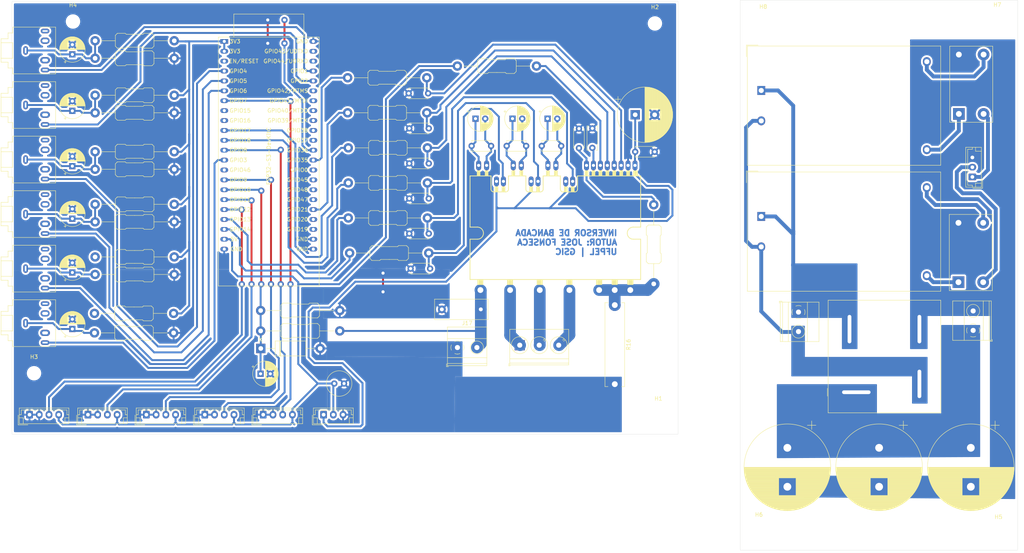
<source format=kicad_pcb>
(kicad_pcb (version 20240108) (generator "pcbnew") (generator_version "8.0")
  (layers (0 "F.Cu" signal) (31 "B.Cu" signal) (34 "B.Paste" user) (35 "F.Paste" user) (36 "B.SilkS" user "B.Silkscreen") (37 "F.SilkS" user "F.Silkscreen") (38 "B.Mask" user) (39 "F.Mask" user) (44 "Edge.Cuts" user))
  (net 0 "")
  (net 1 "PWM_UH")
  (net 2 "GND")
  (net 3 "PWM_VL")
  (net 4 "PWM_WL")
  (net 5 "PWM_VH")
  (net 6 "PWM_WH")
  (net 7 "+5V")
  (net 8 "PWM_UL")
  (net 9 "VBUS")
  (net 10 "INWH")
  (net 11 "INVH")
  (net 12 "INUH")
  (net 13 "INWL")
  (net 14 "INVL")
  (net 15 "INUL")
  (net 16 "Net-(IC1-VBU)")
  (net 17 "Net-(IC1-VSU)")
  (net 18 "Net-(IC1-VBV)")
  (net 19 "Net-(IC1-VSV)")
  (net 20 "Net-(IC1-VBW)")
  (net 21 "Net-(IC1-VSW)")
  (net 22 "Net-(IC1-CFOD)")
  (net 23 "+15V")
  (net 24 "CSC")
  (net 25 "Net-(C25-Pad1)")
  (net 26 "Net-(C26-Pad1)")
  (net 27 "Net-(C27-Pad1)")
  (net 28 "Net-(C28-Pad1)")
  (net 29 "Net-(C29-Pad1)")
  (net 30 "Net-(C30-Pad1)")
  (net 31 "VoltSens_Link")
  (net 32 "AC{slash}N")
  (net 33 "AC{slash}L")
  (net 34 "Net-(IC1-U)")
  (net 35 "Net-(IC1-W)")
  (net 36 "Net-(IC1-V)")
  (net 37 "VFO")
  (net 38 "AmpSens_L1_AF")
  (net 39 "AmpSens_L2_AF")
  (net 40 "AmpSens_L3_AF")
  (net 41 "AmpSens_L1_DF")
  (net 42 "AmpSens_L2_DF")
  (net 43 "AmpSens_L3_DF")
  (net 44 "VoltSens_L1")
  (net 45 "VoltSens_L2")
  (net 46 "VoltSens_L3")
  (net 47 "VoltSens_L12")
  (net 48 "VoltSens_L23")
  (net 49 "Net-(PS1--Vout)")
  (net 50 "Net-(PS1-+Vout)")
  (net 51 "Net-(PS2-+Vout)")
  (net 52 "Net-(PS2--Vout)")
  (net 53 "+3.3V")
  (net 72 "Net-(IC1-NU)")
  (footprint "PCM_Resistor_THT_AKL:R_Axial_DIN0411_L9.9mm_D3.6mm_P20.32mm_Horizontal" (layer "F.Cu") (at 83.48 101)
    (property "Reference" "R29" (hide yes))
    (property "Value" "10k" (hide yes))
  )
  (footprint "PCM_Resistor_THT_AKL:R_Axial_DIN0411_L9.9mm_D3.6mm_P20.32mm_Horizontal" (layer "F.Cu") (at 184.4 73.84 -90)
    (property "Reference" "R13" (hide yes))
    (property "Value" "100" (hide yes))
  )
  (footprint "PCM_Resistor_THT_AKL:R_Axial_DIN0411_L9.9mm_D3.6mm_P20.32mm_Horizontal" (layer "F.Cu") (at 61.3 31.74 180)
    (property "Reference" "R7" (hide yes))
    (property "Value" "10k" (hide yes))
  )
  (footprint "Capacitor_THT:C_Disc_D4.7mm_W2.5mm_P5.00mm" (layer "F.Cu") (at 165.2 59.3 90)
    (property "Reference" "C23" (hide yes))
    (property "Value" "10n")
  )
  (footprint "Connector_JST:JST_EH_B4B-EH-A_1x04_P2.50mm_Vertical" (layer "F.Cu") (at 39.14 127.74)
    (property "Reference" "J12" (hide yes))
    (property "Value" "JST_04")
  )
  (footprint "Connector_JST:JST_EH_B4B-EH-A_1x04_P2.50mm_Vertical" (layer "F.Cu") (at 84.14 127.74)
    (property "Reference" "J9" (hide yes))
    (property "Value" "JST_04")
  )
  (footprint "PCM_Resistor_THT_AKL:R_Axial_DIN0411_L9.9mm_D3.6mm_P20.32mm_Horizontal" (layer "F.Cu") (at 105.98 68.24)
    (property "Reference" "R4" (hide yes))
    (property "Value" "100" (hide yes))
  )
  (footprint "Diode_THT:Diode_Bridge_DIGITRON_KBPC_T" (layer "F.Cu") (at 236.40375 121.97375 90)
    (property "Reference" "D1" (hide yes))
    (property "Value" "KBPC5010T")
  )
  (footprint "MountingHole:MountingHole_3.2mm_M3" (layer "F.Cu") (at 212.5 27.2)
    (property "Reference" "H8")
    (property "Value" "MountingHole_M3")
  )
  (footprint "PCM_Resistor_THT_AKL:R_Axial_DIN0411_L9.9mm_D3.6mm_P20.32mm_Horizontal" (layer "F.Cu") (at 105.98 59.24)
    (property "Reference" "R3" (hide yes))
    (property "Value" "100" (hide yes))
  )
  (footprint "PCM_Resistor_THT_AKL:R_Axial_DIN0411_L9.9mm_D3.6mm_P20.32mm_Horizontal" (layer "F.Cu") (at 61.3 73.74 180)
    (property "Reference" "R18" (hide yes))
    (property "Value" "10k" (hide yes))
  )
  (footprint "MountingHole:MountingHole_3.2mm_M3" (layer "F.Cu") (at 35.3 26.8)
    (property "Reference" "H4")
    (property "Value" "MountingHole_M3")
  )
  (footprint "PCM_Resistor_THT_AKL:R_Axial_DIN0411_L9.9mm_D3.6mm_P20.32mm_Horizontal" (layer "F.Cu") (at 61.3 60.24 180)
    (property "Reference" "R23" (hide yes))
    (property "Value" "10k" (hide yes))
  )
  (footprint "Connector_Audio:Jack_3.5mm_CUI_SJ1-3525N_Horizontal" (layer "F.Cu") (at 23.14 48.24 -90)
    (property "Reference" "J4" (hide yes))
    (property "Value" "AudioJack2" (hide yes))
  )
  (footprint "Capacitor_THT:C_Radial_D6.3mm_H5.0mm_P2.50mm" (layer "F.Cu") (at 102.39 119.74)
    (property "Reference" "C7" (hide yes))
    (property "Value" "10u")
  )
  (footprint "FSBB30CH60:FSBB30CH60" (layer "F.Cu") (at 159.14 79.74 180)
    (property "Reference" "IC1" (hide yes))
    (property "Value" "FSBB30CH60")
  )
  (footprint "Capacitor_THT:C_Disc_D4.7mm_W2.5mm_P5.00mm" (layer "F.Cu") (at 146.64 58.74)
    (property "Reference" "C16" (hide yes))
    (property "Value" "100n")
  )
  (footprint "Connector_JST:JST_EH_B4B-EH-A_1x04_P2.50mm_Vertical" (layer "F.Cu") (at 54.14 127.74)
    (property "Reference" "J11" (hide yes))
    (property "Value" "JST_04")
  )
  (footprint "Connector_Audio:Jack_3.5mm_CUI_SJ1-3525N_Horizontal" (layer "F.Cu") (at 23.14 104.24 -90)
    (property "Reference" "J2" (hide yes))
    (property "Value" "AudioJack2" (hide yes))
  )
  (footprint "Connector_JST:JST_EH_B4B-EH-A_1x04_P2.50mm_Vertical" (layer "F.Cu") (at 69.14 127.74)
    (property "Reference" "J10" (hide yes))
    (property "Value" "JST_04")
  )
  (footprint "PCM_Resistor_THT_AKL:R_Axial_DIN0411_L9.9mm_D3.6mm_P20.32mm_Horizontal" (layer "F.Cu") (at 40.98 50.24)
    (property "Reference" "R25" (hide yes))
    (property "Value" "10k" (hide yes))
  )
  (footprint "PCM_Resistor_THT_AKL:R_Axial_DIN0411_L9.9mm_D3.6mm_P20.32mm_Horizontal" (layer "F.Cu") (at 105.98 77.24)
    (property "Reference" "R1" (hide yes))
    (property "Value" "100" (hide yes))
  )
  (footprint "Capacitor_THT:CP_Radial_D22.0mm_P10.00mm_SnapIn" (layer "F.Cu") (at 242.25375 136.245918 -90)
    (property "Reference" "C2" (hide yes))
    (property "Value" "100u/500V")
  )
  (footprint "Capacitor_THT:CP_Radial_D6.3mm_P2.50mm" (layer "F.Cu") (at 35.14 77.42238 90)
    (property "Reference" "C27" (hide yes))
    (property "Value" "10u" (hide yes))
  )
  (footprint "MountingHole:MountingHole_3.2mm_M3" (layer "F.Cu") (at 25.3 117.1)
    (property "Reference" "H3")
    (property "Value" "MountingHole_M3")
  )
  (footprint "Capacitor_THT:C_Disc_D4.7mm_W2.5mm_P5.00mm" (layer "F.Cu") (at 126.98 90.24 180)
    (property "Reference" "C5" (hide yes))
    (property "Value" "1n")
  )
  (footprint "Capacitor_THT:C_Disc_D4.7mm_W2.5mm_P5.00mm" (layer "F.Cu") (at 126.64 63.24 180)
    (property "Reference" "C6" (hide yes))
    (property "Value" "1n")
  )
  (footprint "TerminalBlock_Phoenix:TerminalBlock_Phoenix_MKDS-1,5-2_1x02_P5.00mm_Horizontal" (layer "F.Cu") (at 134 110.5)
    (property "Reference" "J17")
    (property "Value" "Screw_Terminal_01x02")
  )
  (footprint "Capacitor_THT:C_Disc_D4.7mm_W2.5mm_P5.00mm" (layer "F.Cu") (at 179.64 60.24)
    (property "Reference" "C19" (hide yes))
    (property "Value" "1u")
  )
  (footprint "Capacitor_THT:CP_Radial_D6.3mm_P2.50mm" (layer "F.Cu") (at 138.64 51.74)
    (property "Reference" "C13" (hide yes))
    (property "Value" "22u")
  )
  (footprint "Converter_ACDC:Converter_ACDC_Hi-Link_HLK-10Mxx" (layer "F.Cu") (at 212.00375 44.50375)
    (property "Reference" "PS2" (hide yes))
    (property "Value" "HLK-10M15")
  )
  (footprint "MountingHole:MountingHole_3.2mm_M3" (layer "F.Cu") (at 272.9 158.2)
    (property "Reference" "H5")
    (property "Value" "MountingHole_M3")
  )
  (footprint "PCM_Resistor_THT_AKL:R_Axial_DIN0411_L9.9mm_D3.6mm_P20.32mm_Horizontal" (layer "F.Cu") (at 133.98 38.24)
    (property "Reference" "R12" (hide yes))
    (property "Value" "4k7" (hide yes))
  )
  (footprint "Capacitor_THT:CP_Radial_D6.3mm_P2.50mm" (layer "F.Cu") (at 157.14 51.74)
    (property "Reference" "C11" (hide yes))
    (property "Value" "22u")
  )
  (footprint "TerminalBlock_Phoenix:TerminalBlock_Phoenix_PT-1,5-3-5.0-H_1x03_P5.00mm_Horizontal" (layer "F.Cu") (at 150 109.9)
    (property "Reference" "J8" (hide yes))
    (property "Value" "Screw_Terminal_3_P5.00mm")
  )
  (footprint "Capacitor_THT:CP_Radial_D6.3mm_P2.50mm" (layer "F.Cu") (at 35.14 49.74 90)
    (property "Reference" "C28" (hide yes))
    (property "Value" "10u" (hide yes))
  )
  (footprint "Capacitor_THT:C_Disc_D4.7mm_W2.5mm_P5.00mm" (layer "F.Cu") (at 126.64 72.24 180)
    (property "Reference" "C8" (hide yes))
    (property "Value" "1n")
  )
  (footprint "Capacitor_THT:C_Disc_D6.0mm_W2.5mm_P5.00mm" (layer "F.Cu") (at 168.64 59.24 90)
    (property "Reference" "C14" (hide yes))
    (property "Value" "33n")
  )
  (footprint "Capacitor_THT:CP_Radial_D14.0mm_P5.00mm" (layer "F.Cu") (at 179.64 50.74)
    (property "Reference" "C18" (hide yes))
    (property "Value" "1000u")
  )
  (footprint "Capacitor_THT:C_Disc_D4.7mm_W2.5mm_P5.00mm" (layer "F.Cu") (at 126.64 54.24 180)
    (property "Reference" "C9" (hide yes))
    (property "Value" "1n")
  )
  (footprint "Connector_JST:JST_EH_B3B-EH-A_1x03_P2.50mm_Vertical" (layer "F.Cu") (at 99.64 127.74)
    (property "Reference" "J16" (hide yes))
    (property "Value" "JST_03")
  )
  (footprint "MountingHole:MountingHole_3.2mm_M3" (layer "F.Cu") (at 211.4 157.6)
    (property "Reference" "H6")
    (property "Value" "MountingHole_M3")
  )
  (footprint "Capacitor_THT:CP_Radial_D22.0mm_P10.00mm_SnapIn" (layer "F.Cu") (at 218.70375 136.245918 -90)
    (property "Reference" "C3" (hide yes))
    (property "Value" "100u/500V")
  )
  (footprint "Connector_JST:JST_EH_B3B-EH-A_1x03_P2.50mm_Vertical" (layer "F.Cu") (at 266.20375 66.70375 90)
    (property "Reference" "J15" (hide yes))
    (property "Value" "JST_03")
  )
  (footprint "MountingHole:MountingHole_3.2mm_M3" (layer "F.Cu") (at 184.7 27.3)
    (property "Reference" "H2")
    (property "Value" "MountingHole_M3")
  )
  (footprint "PCM_Resistor_THT_AKL:R_Axial_DIN0411_L9.9mm_D3.6mm_P20.32mm_Horizontal" (layer "F.Cu") (at 40.82 106.74)
    (property "Reference" "R20" (hide yes))
    (property "Value" "10k" (hide yes))
  )
  (footprint "Diode_THT:D_DO-15_P15.24mm_Horizontal" (layer "F.Cu") (at 83.52 110.74)
    (property "Reference" "DZ1" (hide yes))
    (property "Value" "3v3")
  )
  (footprint "PCM_Resistor_THT_AKL:R_Axial_DIN0411_L9.9mm_D3.6mm_P20.32mm_Horizontal" (layer "F.Cu") (at 105.82 41.24)
    (property "Reference" "R6" (hide yes))
    (property "Value" "100" (hide yes))
  )
  (footprint "Connector_Audio:Jack_3.5mm_CUI_SJ1-3525N_Horizontal" (layer "F.Cu") (at 23.14 90.24 -90)
    (property "Reference" "J7" (hide yes))
    (property "Value" "AudioJack2" (hide yes))
  )
  (footprint "PCM_Resistor_THT_AKL:R_Axial_DIN0411_L9.9mm_D3.6mm_P20.32mm_Horizontal" (layer "F.Cu") (at 106.32 86.24)
    (property "Reference" "R2" (hide yes))
    (property "Value" "100" (hide yes))
  )
  (footprint "Capacitor_THT:C_Disc_D4.7mm_W2.5mm_P5.00mm" (layer "F.Cu") (at 137.64 58.74)
    (property "Reference" "C17" (hide yes))
    (property "Value" "100n")
  )
  (footprint "Capacitor_THT:CP_Radial_D6.3mm_P2.50mm" (layer "F.Cu") (at 35.14 91.24 90)
    (property "Reference" "C30" (hide yes))
    (property "Value" "10u" (hide yes))
  )
  (footprint "Connector_Audio:Jack_3.5mm_CUI_SJ1-3525N_Horizontal" (layer "F.Cu") (at 23.14 76.24 -90)
    (property "Reference" "J3" (hide yes))
    (property "Value" "AudioJack2" (hide yes))
  )
  (footprint "Converter_ACDC:Converter_ACDC_Hi-Link_HLK-10Mxx" (layer "F.Cu") (at 211.99625 76.84625)
    (property "Reference" "PS1" (hide yes))
    (property "Value" "HLK-10M05")
  )
  (footprint "Capacitor_THT:C_Rect_L13.5mm_W5.0mm_P10.00mm_FKS3_FKP3_MKS4" (layer "F.Cu") (at 140 100.7 180)
    (property "Reference" "C24" (hide yes))
    (property "Value" "0.22u/400v")
  )
  (footprint "Capacitor_THT:CP_Radial_D6.3mm_P2.50mm" (layer "F.Cu") (at 35.14 35.24 90)
    (property "Reference" "C25" (hide yes))
    (property "Value" "10u" (hide yes))
  )
  (footprint "MountingHole:MountingHole_3.2mm_M3" (layer "F.Cu") (at 185.6 127.8)
    (property "Reference" "H1")
    (property "Value" "MountingHole_M3")
  )
  (footprint "PCM_Resistor_THT_AKL:R_Axial_DIN0411_L9.9mm_D3.6mm_P20.32mm_Horizontal" (layer "F.Cu") (at 40.98 64.74)
    (property "Reference" "R26" (hide yes))
    (property "Value" "10k" (hide yes))
  )
  (footprint "Capacitor_THT:C_Disc_D4.7mm_W2.5mm_P5.00mm" (layer "F.Cu") (at 126.64 81.24 180)
    (property "Reference" "C4" (hide yes))
    (property "Value" "1n")
  )
  (footprint "PCM_Resistor_THT_AKL:R_Axial_DIN0411_L9.9mm_D3.6mm_P20.32mm_Horizontal" (layer "F.Cu") (at 103.8 106.24 180)
    (property "Reference" "R28" (hide yes))
    (property "Value" "1M" (hide yes))
  )
  (footprint "PCM_Resistor_THT_AKL:R_Axial_DIN0411_L9.9mm_D3.6mm_P20.32mm_Horizontal" (layer "F.Cu") (at 40.98 36.24)
    (property "Reference" "R19" (hide yes))
    (property "Value" "10k" (hide yes))
  )
  (footprint "MountingHole:MountingHole_3.2mm_M3" (layer "F.Cu") (at 272.6 26.7)
    (property "Reference" "H7")
    (property "Value" "MountingHole_M3")
  )
  (footprint "Capacitor_THT:CP_Radial_D6.3mm_P2.50mm" (layer "F.Cu") (at 35.14 63.92238 90)
    (property "Reference" "C29" (hide yes))
    (property "Value" "10u" (hide yes))
  )
  (footprint "TerminalBlock_Phoenix:TerminalBlock_Phoenix_MKDS-1,5-2_1x02_P5.00mm_Horizontal" (layer "F.Cu") (at 221.55875 101.40375 -90)
    (property "Reference" "J5" (hide yes))
    (property "Value" "Screw_Terminal_01x02")
  )
  (footprint "PCM_Resistor_THT_AKL:R_Axial_DIN0411_L9.9mm_D3.6mm_P20.32mm_Horizontal" (layer "F.Cu") (at 40.98 91.74)
    (property "Reference" "R27" (hide yes))
    (property "Value" "10k" (hide yes))
  )
  (footprint "PCM_Resistor_THT_AKL:R_Axial_DIN0411_L9.9mm_D3.6mm_P20.32mm_Horizontal" (layer "F.Cu") (at 40.98 78.24)
    (property "Reference" "R21" (hide yes))
    (property "Value" "10k" (hide yes))
  )
  (footprint "Capacitor_THT:CP_Radial_D6.3mm_P2.50mm" (layer "F.Cu") (at 148.14 51.74)
    (property "Reference" "C12" (hide yes))
    (property "Value" "22u")
  )
  (footprint "PCM_Resistor_THT_AKL:R_Bare_Metal_Element_L21.3mm_W4.8mm_P20.30mm" (layer "F.Cu") (at 174.4 99.6 -90)
    (property "Reference" "R16")
    (property "Value" "11m" (hide yes))
  )
  (footprint "PCM_Resistor_THT_AKL:R_Axial_DIN0411_L9.9mm_D3.6mm_P20.32mm_Horizontal" (layer "F.Cu") (at 61.14 101.74 180)
    (property "Reference" "R8" (hide yes))
    (property "Value" "10k" (hide yes))
  )
  (footprint "PCM_Resistor_THT_AKL:R_Axial_DIN0411_L9.9mm_D3.6mm_P20.32mm_Horizontal" (layer "F.Cu") (at 61.3 87.24 180)
    (property "Reference" "R24" (hide yes))
    (property "Value" "10k" (hide yes))
  )
  (footprint "PCM_Resistor_THT_AKL:R_Axial_DIN0411_L9.9mm_D3.6mm_P20.32mm_Horizontal" (layer "F.Cu") (at 105.82 50.24)
    (property "Reference" "R5" (hide yes))
    (property "Value" "100" (hide yes))
  )
  (footprint "Connector_Audio:Jack_3.5mm_CUI_SJ1-3525N_Horizontal" (layer "F.Cu") (at 23.14 62.24 -90)
    (property "Reference" "J6" (hide yes))
    (property "Value" "AudioJack2" (hide yes))
  )
  (footprint "Capacitor_THT:CP_Radial_D6.3mm_P2.50mm" (layer "F.Cu") (at 83.457621 117.24)
    (property "Reference" "C31" (hide yes))
    (property "Value" "10u")
  )
  (footprint "Connector_Audio:Jack_3.5mm_CUI_SJ1-3525N_Horizontal" (layer "F.Cu") (at 23.14 34.24 -90)
    (property "Reference" "J1" (hide yes))
    (property "Value" "AudioJack2" (hide yes))
  )
  (footprint "Inductor_THT:L_CommonMode_Toroid_Vertical_L19.3mm_W10.8mm_Px6.35mm_Py15.24mm_Bourns_8100" (layer "F.Cu") (at 262.72875 50.52375 90)
    (property "Reference" "L2" (hide yes))
    (property "Value" "Choke")
  )
  (footprint "PCM_Espressif:ESP32-S3-DevKitC" (layer "F.Cu") (at 74.14 31.9)
    (property "Reference" "U1" (hide yes))
    (property "Value" "ESP32-S3-DevKitC")
  )
  (footprint "PCM_Resistor_THT_AKL:R_Axial_DIN0411_L9.9mm_D3.6mm_P20.32mm_Horizontal" (layer "F.Cu") (at 61.3 45.74 180)
    (property "Reference" "R22" (hide yes))
    (property "Value" "10k" (hide yes))
  )
  (footprint "Connector_JST:JST_EH_B4B-EH-A_1x04_P2.50mm_Vertical" (layer "F.Cu") (at 24.14 127.74)
    (property "Reference" "J13" (hide yes))
    (property "Value" "JST_04")
  )
  (footprint "TerminalBlock_Phoenix:TerminalBlock_Phoenix_MKDS-1,5-2_1x02_P5.00mm_Horizontal" (layer "F.Cu") (at 266.40375 106.10375 90)
    (property "Reference" "J14" (hide yes))
    (property "Value" "Screw_Terminal_01x02" (hide yes))
  )
  (footprint "Capacitor_THT:CP_Radial_D6.3mm_P2.50mm" (layer "F.Cu") (at 35.14 105.74 90)
    (property "Reference" "C26" (hide yes))
    (property "Value" "10u" (hide yes))
  )
  (footprint "Inductor_THT:L_CommonMode_Toroid_Vertical_L19.3mm_W10.8mm_Px6.35mm_Py15.24mm_Bourns_8100" (layer "F.Cu") (at 262.62875 93.72375 90)
    (property "Reference" "L1" (hide yes))
    (property "Value" "Choke")
  )
  (footprint "Capacitor_THT:C_Disc_D4.7mm_W2.5mm_P5.00mm" (layer "F.Cu") (at 155.64 58.74)
    (property "Reference" "C15" (hide yes))
    (property "Value" "100n")
  )
  (footprint "Capacitor_THT:CP_Radial_D22.0mm_P10.00mm_SnapIn" (layer "F.Cu") (at 265.80375 136.245918 -90)
    (property "Reference" "C1" (hide yes))
    (property "Value" "100u/500V")
  )
  (footprint "Capacitor_THT:C_Disc_D4.7mm_W2.5mm_P5.00mm" (layer "F.Cu") (at 126.48 45.24 180)
    (property "Reference" "C10" (hide yes))
    (property "Value" "1n")
  )
  (gr_rect (start 206.60375 21.30375) (end 277.80375 162.50375) (stroke (width 0.05)) (fill none) (layer "Edge.Cuts"))
  (gr_rect (start 19.64 21.64) (end 190.64 132.74) (stroke (width 0.05)) (fill none) (layer "Edge.Cuts"))
  (gr_text "INVERSOR DE BANCADA\nAUTOR: JOSE FONSECA\nUFPEL | GSIC" (at 175.2 86.8 0) (layer "B.Cu") (effects (font (size 1.5 1.5) (thickness 0.375) (bold yes)) (justify left bottom mirror)))
  (segment (start 90.64 58.74) (end 90.64 84.74) (width 0.5) (layer "B.Cu") (net 1))
  (segment (start 94.64 88.74) (end 99.14 88.74) (width 0.5) (layer "B.Cu") (net 1))
  (segment (start 74.14 57.3) (end 89.2 57.3) (width 0.5) (layer "B.Cu") (net 1))
  (segment (start 104.14 68.74) (end 105.48 68.74) (width 0.5) (layer "B.Cu") (net 1))
  (segment (start 89.2 57.3) (end 90.64 58.74) (width 0.5) (layer "B.Cu") (net 1))
  (segment (start 105.48 68.74) (end 105.98 68.24) (width 0.5) (layer "B.Cu") (net 1))
  (segment (start 103.14 74.74) (end 103.14 69.74) (width 0.5) (layer "B.Cu") (net 1))
  (segment (start 100.64 77.24) (end 103.14 74.74) (width 0.5) (layer "B.Cu") (net 1))
  (segment (start 99.14 88.74) (end 100.64 87.24) (width 0.5) (layer "B.Cu") (net 1))
  (segment (start 100.64 87.24) (end 100.64 77.24) (width 0.5) (layer "B.Cu") (net 1))
  (segment (start 103.14 69.74) (end 104.14 68.74) (width 0.5) (layer "B.Cu") (net 1))
  (segment (start 90.64 84.74) (end 94.64 88.74) (width 0.5) (layer "B.Cu") (net 1))
  (segment (start 114.9 96.2) (end 114.9 91.4) (width 0.5) (layer "F.Cu") (net 2))
  (segment (start 85.3 32.4) (end 85.3 26.4) (width 0.5) (layer "F.Cu") (net 2))
  (via (at 85.3 26.4) (size 1.6) (drill 0.8) (layers "F.Cu" "B.Cu") (net 2))
  (via (at 114.9 91.4) (size 1.6) (drill 0.8) (layers "F.Cu" "B.Cu") (net 2))
  (via (at 114.9 96.2) (size 1.6) (drill 0.8) (layers "F.Cu" "B.Cu") (net 2))
  (via (at 85.3 32.4) (size 1.6) (drill 0.8) (layers "F.Cu" "B.Cu") (net 2))
  (segment (start 100.64 73.24) (end 100.64 53.24) (width 0.5) (layer "B.Cu") (net 3))
  (segment (start 100.64 53.24) (end 103.64 50.24) (width 0.5) (layer "B.Cu") (net 3))
  (segment (start 103.64 50.24) (end 105.82 50.24) (width 0.5) (layer "B.Cu") (net 3))
  (segment (start 97 75.08) (end 98.8 75.08) (width 0.5) (layer "B.Cu") (net 3))
  (segment (start 98.8 75.08) (end 100.64 73.24) (width 0.5) (layer "B.Cu") (net 3))
  (segment (start 92.4 58.2) (end 92.4 84.5) (width 0.5) (layer "B.Cu") (net 4))
  (segment (start 95.14 87.24) (end 98.64 87.24) (width 0.5) (layer "B.Cu") (net 4))
  (segment (start 98.64 87.24) (end 99.14 86.74) (width 0.5) (layer "B.Cu") (net 4))
  (segment (start 99.14 76.74) (end 101.84 74.04) (width 0.5) (layer "B.Cu") (net 4))
  (segment (start 101.84 74.04) (end 101.84 61.54) (width 0.5) (layer "B.Cu") (net 4))
  (segment (start 88.96 54.76) (end 92.4 58.2) (width 0.5) (layer "B.Cu") (net 4))
  (segment (start 99.14 86.74) (end 99.14 76.74) (width 0.5) (layer "B.Cu") (net 4))
  (segment (start 92.4 84.5) (end 95.14 87.24) (width 0.5) (layer "B.Cu") (net 4))
  (segment (start 101.84 61.54) (end 104.14 59.24) (width 0.5) (layer "B.Cu") (net 4))
  (segment (start 74.14 54.76) (end 88.96 54.76) (width 0.5) (layer "B.Cu") (net 4))
  (segment (start 104.14 59.24) (end 105.98 59.24) (width 0.5) (layer "B.Cu") (net 4))
  (segment (start 103.64 77.24) (end 105.98 77.24) (width 0.5) (layer "B.Cu") (net 5))
  (segment (start 103.14 77.74) (end 103.64 77.24) (width 0.5) (layer "B.Cu") (net 5))
  (segment (start 95.14 91.24) (end 100.14 91.24) (width 0.5) (layer "B.Cu") (net 5))
  (segment (start 80.14 81.74) (end 80.14 88.24) (width 0.5) (layer "B.Cu") (net 5))
  (segment (start 74.14 77.62) (end 76.02 77.62) (width 0.5) (layer "B.Cu") (net 5))
  (segment (start 76.02 77.62) (end 80.14 81.74) (width 0.5) (layer "B.Cu") (net 5))
  (segment (start 93.14 89.24) (end 95.14 91.24) (width 0.5) (layer "B.Cu") (net 5))
  (segment (start 103.14 88.24) (end 103.14 77.74) (width 0.5) (layer "B.Cu") (net 5))
  (segment (start 81.14 89.24) (end 93.14 89.24) (width 0.5) (layer "B.Cu") (net 5))
  (segment (start 80.14 88.24) (end 81.14 89.24) (width 0.5) (layer "B.Cu") (net 5))
  (segment (start 100.14 91.24) (end 103.14 88.24) (width 0.5) (layer "B.Cu") (net 5))
  (segment (start 106.32 88.06) (end 101.64 92.74) (width 0.5) (layer "B.Cu") (net 6))
  (segment (start 106.32 86.24) (end 106.32 88.06) (width 0.5) (layer "B.Cu") (net 6))
  (segment (start 75.55728 80.15728) (end 74.13632 80.15728) (width 0.5) (layer "B.Cu") (net 6))
  (segment (start 79.64 90.74) (end 78.14 89.24) (width 0.5) (layer "B.Cu") (net 6))
  (segment (start 78.14 82.74) (end 75.55728 80.15728) (width 0.5) (layer "B.Cu") (net 6))
  (segment (start 101.64 92.74) (end 94.64 92.74) (width 0.5) (layer "B.Cu") (net 6))
  (segment (start 92.64 90.74) (end 79.64 90.74) (width 0.5) (layer "B.Cu") (net 6))
  (segment (start 78.14 89.24) (end 78.14 82.74) (width 0.5) (layer "B.Cu") (net 6))
  (segment (start 94.64 92.74) (end 92.64 90.74) (width 0.5) (layer "B.Cu") (net 6))
  (segment (start 46.64 129.74) (end 46.14 130.24) (width 0.5) (layer "B.Cu") (net 7))
  (segment (start 91.14 130.24) (end 77.14 130.24) (width 0.5) (layer "B.Cu") (net 7))
  (segment (start 124.14 38.24) (end 115.64 46.74) (width 0.5) (layer "B.Cu") (net 7))
  (segment (start 115.64 46.74) (end 115.64 82.24) (width 0.5) (layer "B.Cu") (net 7))
  (segment (start 47.14 130.24) (end 46.64 129.74) (width 0.5) (layer "B.Cu") (net 7))
  (segment (start 76.14 130.24) (end 62.14 130.24) (width 0.5) (layer "B.Cu") (net 7))
  (segment (start 74.13632 82.69728) (end 75.59728 82.69728) (width 0.5) (layer "B.Cu") (net 7))
  (segment (start 93.14 114.74) (end 98.14 119.74) (width 0.5) (layer "B.Cu") (net 7))
  (segment (start 262.20375 65.40375) (end 263.40375 64.20375) (width 1) (layer "B.Cu") (net 7))
  (segment (start 263.70375 70.90375) (end 262.20375 69.40375) (width 1) (layer "B.Cu") (net 7))
  (segment (start 102.14 119.99) (end 102.39 119.74) (width 0.5) (layer "B.Cu") (net 7))
  (segment (start 272.20375 90.49875) (end 272.20375 74.90375) (width 1) (layer "B.Cu") (net 7))
  (segment (start 263.40375 64.20375) (end 266.20375 64.20375) (width 1) (layer "B.Cu") (net 7))
  (segment (start 91.64 127.74) (end 91.64 129.74) (width 0.5) (layer "B.Cu") (net 7))
  (segment (start 77.64 92.24) (end 91.64 92.24) (width 0.5) (layer "B.Cu") (net 7))
  (segment (start 46.14 130.24) (end 32.64 130.24) (width 0.5) (layer "B.Cu") (net 7))
  (segment (start 76.64 129.74) (end 76.64 127.74) (width 0.5) (layer "B.Cu") (net 7))
  (segment (start 262.20375 69.40375) (end 262.20375 65.40375) (width 1) (layer "B.Cu") (net 7))
  (segment (start 75.59728 82.69728) (end 76.14 83.24) (width 0.5) (layer "B.Cu") (net 7))
  (segment (start 62.14 130.24) (end 61.64 129.74) (width 0.5) (layer "B.Cu") (net 7))
  (segment (start 61.14 130.24) (end 47.14 130.24) (width 0.5) (layer "B.Cu") (net 7))
  (segment (start 272.20375 74.90375) (end 268.20375 70.90375) (width 1) (layer "B.Cu") (net 7))
  (segment (start 98.14 119.74) (end 102.39 119.74) (width 0.5) (layer "B.Cu") (net 7))
  (segment (start 76.14 83.24) (end 76.14 90.74) (width 0.5) (layer "B.Cu") (net 7))
  (segment (start 102.14 127.74) (end 102.14 119.99) (width 0.5) (layer "B.Cu") (net 7))
  (segment (start 93.14 93.74) (end 93.14 94.24) (width 0.5) (layer "B.Cu") (net 7))
  (segment (start 92.14 130.24) (end 91.64 129.74) (width 0.5) (layer "B.Cu") (net 7))
  (segment (start 133.98 38.24) (end 124.14 38.24) (width 0.5) (layer "B.Cu") (net 7))
  (segment (start 268.20375 70.90375) (end 263.70375 70.90375) (width 1) (layer "B.Cu") (net 7))
  (segment (start 31.64 129.24) (end 31.64 127.74) (width 0.5) (layer "B.Cu") (net 7))
  (segment (start 91.64 129.74) (end 91.14 130.24) (width 0.5) (layer "B.Cu") (net 7))
  (segment (start 76.64 129.74) (end 76.14 130.24) (width 0.5) (layer "B.Cu") (net 7))
  (segment (start 115.64 82.24) (end 103.64 94.24) (width 0.5) (layer "B.Cu") (net 7))
  (segment (start 93.14 94.24) (end 93.14 114.74) (width 0.5) (layer "B.Cu") (net 7))
  (segment (start 91.64 126.24) (end 98.14 119.74) (width 0.5) (layer "B.Cu") (net 7))
  (segment (start 91.64 92.24) (end 93.14 93.74) (width 0.5) (layer "B.Cu") (net 7))
  (segment (start 76.14 90.74) (end 77.64 92.24) (width 0.5) (layer "B.Cu") (net 7))
  (segment (start 268.97875 93.72375) (end 272.20375 90.49875) (width 1) (layer "B.Cu") (net 7))
  (segment (start 32.64 130.24) (end 31.64 129.24) (width 0.5) (layer "B.Cu") (net 7))
  (segment (start 61.64 127.74) (end 61.64 129.74) (width 0.5) (layer "B.Cu") (net 7))
  (segment (start 103.64 94.24) (end 93.14 94.24) (width 0.5) (layer "B.Cu") (net 7))
  (segment (start 77.14 130.24) (end 76.64 129.74) (width 0.5) (layer "B.Cu") (net 7))
  (segment (start 46.64 129.74) (end 46.64 127.74) (width 0.5) (layer "B.Cu") (net 7))
  (segment (start 91.64 127.74) (end 91.64 126.24) (width 0.5) (layer "B.Cu") (net 7))
  (segment (start 61.64 129.74) (end 61.14 130.24) (width 0.5) (layer "B.Cu") (net 7))
  (segment (start 98.5 62.38) (end 99.14 61.74) (width 0.5) (layer "B.Cu") (net 8))
  (segment (start 101.64 41.24) (end 105.82 41.24) (width 0.5) (layer "B.Cu") (net 8))
  (segment (start 99.14 43.74) (end 101.64 41.24) (width 0.5) (layer "B.Cu") (net 8))
  (segment (start 97 62.38) (end 98.5 62.38) (width 0.5) (layer "B.Cu") (net 8))
  (segment (start 99.14 61.74) (end 99.14 43.74) (width 0.5) (layer "B.Cu") (net 8))
  (segment (start 139 106.24) (end 139 110.5) (width 0.5) (layer "B.Cu") (net 9))
  (segment (start 140 100.7) (end 140 95.84) (width 3) (layer "B.Cu") (net 9))
  (segment (start 140 95.84) (end 139.9 95.74) (width 3) (layer "B.Cu") (net 9))
  (segment (start 265.90375 136.145918) (end 265.80375 136.245918) (width 3) (layer "B.Cu") (net 9))
  (segment (start 140 109.5) (end 139 110.5) (width 3) (layer "B.Cu") (net 9))
  (segment (start 103.8 106.24) (end 139 106.24) (width 0.5) (layer "B.Cu") (net 9))
  (segment (start 140 100.7) (end 140 109.5) (width 3) (layer "B.Cu") (net 9))
  (segment (start 126.64 86.24) (end 126.64 89.9) (width 0.5) (layer "B.Cu") (net 10))
  (segment (start 126.64 86.08) (end 126.3 85.74) (width 0.5) (layer "B.Cu") (net 10))
  (segment (start 133.64 86.24) (end 135.64 84.24) (width 0.5) (layer "B.Cu") (net 10))
  (segment (start 126.64 86.24) (end 133.64 86.24) (width 0.5) (layer "B.Cu") (net 10))
  (segment (start 135.64 51.24) (end 137.64 49.24) (width 0.5) (layer "B.Cu") (net 10))
  (segment (start 142.64 49.24) (end 144.64 51.24) (width 0.5) (layer "B.Cu") (net 10))
  (segment (start 144.64 62.24) (end 145.64 63.24) (width 0.5) (layer "B.Cu") (net 10))
  (segment (start 135.64 84.24) (end 135.64 51.24) (width 0.5) (layer "B.Cu") (net 10))
  (segment (start 137.64 49.24) (end 142.64 49.24) (width 0.5) (layer "B.Cu") (net 10))
  (segment (start 145.64 63.24) (end 145.64 67.675) (width 0.5) (layer "B.Cu") (net 10))
  (segment (start 144.64 51.24) (end 144.64 62.24) (width 0.5) (layer "B.Cu") (net 10))
  (segment (start 126.64 89.9) (end 126.98 90.24) (width 0.5) (layer "B.Cu") (net 10))
  (segment (start 145.64 67.675) (end 145.805 67.84) (width 0.5) (layer "B.Cu") (net 10))
  (segment (start 126.3 77.24) (end 133.14 77.24) (width 0.5) (layer "B.Cu") (net 11))
  (segment (start 153.64 62.74) (end 154.695 63.795) (width 0.5) (layer "B.Cu") (net 11))
  (segment (start 136.14 47.74) (end 151.64 47.74) (width 0.5) (layer "B.Cu") (net 11))
  (segment (start 134.14 49.74) (end 136.14 47.74) (width 0.5) (layer "B.Cu") (net 11))
  (segment (start 154.695 63.795) (end 154.695 67.84) (width 0.5) (layer "B.Cu") (net 11))
  (segment (start 126.64 77.58) (end 126.3 77.24) (width 0.5) (layer "B.Cu") (net 11))
  (segment (start 133.14 77.24) (end 134.14 76.24) (width 0.5) (layer "B.Cu") (net 11))
  (segment (start 134.14 76.24) (end 134.14 49.74) (width 0.5) (layer "B.Cu") (net 11))
  (segment (start 126.3 77.24) (end 126.3 80.9) (width 0.5) (layer "B.Cu") (net 11))
  (segment (start 151.64 47.74) (end 153.64 49.74) (width 0.5) (layer "B.Cu") (net 11))
  (segment (start 126.3 80.9) (end 126.64 81.24) (width 0.5) (layer "B.Cu") (net 11))
  (segment (start 153.64 49.74) (end 153.64 62.74) (width 0.5) (layer "B.Cu") (net 11))
  (segment (start 126.3 68.24) (end 126.3 71.9) (width 0.5) (layer "B.Cu") (net 12))
  (segment (start 162.14 63.24) (end 163.6 64.7) (width 0.5) (layer "B.Cu") (net 12))
  (segment (start 132.64 49.24) (end 135.64 46.24) (width 0.5) (layer "B.Cu") (net 12))
  (segment (start 132.64 67.74) (end 132.64 49.24) (width 0.5) (layer "B.Cu") (net 12))
  (segment (start 126.3 68.24) (end 132.14 68.24) (width 0.5) (layer "B.Cu") (net 12))
  (segment (start 135.64 46.24) (end 158.14 46.24) (width 0.5) (layer "B.Cu") (net 12))
  (segment (start 158.14 46.24) (end 162.14 50.24) (width 0.5) (layer "B.Cu") (net 12))
  (segment (start 126.64 68.58) (end 126.3 68.24) (width 0.5) (layer "B.Cu") (net 12))
  (segment (start 162.14 50.24) (end 162.14 63.24) (width 0.5) (layer "B.Cu") (net 12))
  (segment (start 132.14 68.24) (end 132.64 67.74) (width 0.5) (layer "B.Cu") (net 12))
  (segment (start 163.6 67.825) (end 163.585 67.84) (width 0.5) (layer "B.Cu") (net 12))
  (segment (start 163.6 64.7) (end 163.6 67.825) (width 0.5) (layer "B.Cu") (net 12))
  (segment (start 126.3 71.9) (end 126.64 72.24) (width 0.5) (layer "B.Cu") (net 12))
  (segment (start 131.14 48.74) (end 144.14 35.74) (width 0.5) (layer "B.Cu") (net 13))
  (segment (start 126.3 59.24) (end 126.3 62.9) (width 0.5) (layer "B.Cu") (net 13))
  (segment (start 126.3 62.9) (end 126.64 63.24) (width 0.5) (layer "B.Cu") (net 13))
  (segment (start 126.64 59.58) (end 126.3 59.24) (width 0.5) (layer "B.Cu") (net 13))
  (segment (start 129.14 59.24) (end 131.14 57.24) (width 0.5) (layer "B.Cu") (net 13))
  (segment (start 131.14 57.24) (end 131.14 48.74) (width 0.5) (layer "B.Cu") (net 13))
  (segment (start 172.475 50.075) (end 172.475 63.74) (width 0.5) (layer "B.Cu") (net 13))
  (segment (start 158.14 35.74) (end 172.475 50.075) (width 0.5) (layer "B.Cu") (net 13))
  (segment (start 126.3 59.24) (end 129.14 59.24) (width 0.5) (layer "B.Cu") (net 13))
  (segment (start 144.14 35.74) (end 158.14 35.74) (width 0.5) (layer "B.Cu") (net 13))
  (segment (start 158.64 34.24) (end 174.253 49.853) (width 0.5) (layer "B.Cu") (net 14))
  (segment (start 129.64 49.24) (end 129.64 48.24) (width 0.5) (layer "B.Cu") (net 14))
  (segment (start 126.14 50.24) (end 128.64 50.24) (width 0.5) (layer "B.Cu") (net 14))
  (segment (start 126.14 53.74) (end 126.64 54.24) (width 0.5) (layer "B.Cu") (net 14))
  (segment (start 128.64 50.24) (end 129.64 49.24) (width 0.5) (layer "B.Cu") (net 14))
  (segment (start 126.64 50.74) (end 126.14 50.24) (width 0.5) (layer "B.Cu") (net 14))
  (segment (start 126.14 50.24) (end 126.14 53.74) (width 0.5) (layer "B.Cu") (net 14))
  (segment (start 129.64 48.24) (end 143.64 34.24) (width 0.5) (layer "B.Cu") (net 14))
  (segment (start 143.64 34.24) (end 158.64 34.24) (width 0.5) (layer "B.Cu") (net 14))
  (segment (start 174.253 49.853) (end 174.253 63.74) (width 0.5) (layer "B.Cu") (net 14))
  (segment (start 176.031 49.631) (end 176.031 63.74) (width 0.5) (layer "B.Cu") (net 15))
  (segment (start 126.14 44.9) (end 126.48 45.24) (width 0.5) (layer "B.Cu") (net 15))
  (segment (start 159.14 32.74) (end 176.031 49.631) (width 0.5) (layer "B.Cu") (net 15))
  (segment (start 143.14 32.74) (end 159.14 32.74) (width 0.5) (layer "B.Cu") (net 15))
  (segment (start 126.14 41.24) (end 126.14 44.9) (width 0.5) (layer "B.Cu") (net 15))
  (segment (start 130.64 45.24) (end 143.14 32.74) (width 0.5) (layer "B.Cu") (net 15))
  (segment (start 126.48 45.24) (end 130.64 45.24) (width 0.5) (layer "B.Cu") (net 15))
  (segment (start 160.64 60.74) (end 160.64 58.74) (width 0.5) (layer "B.Cu") (net 16))
  (segment (start 159.276 62.104) (end 160.64 60.74) (width 0.5) (layer "B.Cu") (net 16))
  (segment (start 160.64 58.74) (end 160.64 58.24) (width 0.5) (layer "B.Cu") (net 16))
  (segment (start 160.64 58.24) (end 159.64 57.24) (width 0.5) (layer "B.Cu") (net 16))
  (segment (start 159.64 57.24) (end 159.64 51.74) (width 0.5) (layer "B.Cu") (net 16))
  (segment (start 159.276 63.74) (end 159.276 62.104) (width 0.5) (layer "B.Cu") (net 16))
  (segment (start 155.64 60.74) (end 155.64 58.74) (width 0.5) (layer "B.Cu") (net 17))
  (segment (start 155.64 58.74) (end 157.14 57.24) (width 0.5) (layer "B.Cu") (net 17))
  (segment (start 157.14 57.24) (end 157.14 51.74) (width 0.5) (layer "B.Cu") (net 17))
  (segment (start 157.226 62.326) (end 155.64 60.74) (width 0.5) (layer "B.Cu") (net 17))
  (segment (start 157.226 63.74) (end 157.226 62.326) (width 0.5) (layer "B.Cu") (net 17))
  (segment (start 150.64 57.74) (end 150.64 51.74) (width 0.5) (layer "B.Cu") (net 18))
  (segment (start 151.64 61.24) (end 151.64 58.74) (width 0.5) (layer "B.Cu") (net 18))
  (segment (start 150.386 62.494) (end 151.64 61.24) (width 0.5) (layer "B.Cu") (net 18))
  (segment (start 150.386 63.74) (end 150.386 62.494) (width 0.5) (layer "B.Cu") (net 18))
  (segment (start 151.64 58.74) (end 150.64 57.74) (width 0.5) (layer "B.Cu") (net 18))
  (segment (start 146.64 61.24) (end 146.64 58.74) (width 0.5) (layer "B.Cu") (net 19))
  (segment (start 148.336 62.936) (end 146.64 61.24) (width 0.5) (layer "B.Cu") (net 19))
  (segment (start 148.336 63.74) (end 148.336 62.936) (width 0.5) (layer "B.Cu") (net 19))
  (segment (start 146.64 58.74) (end 148.14 57.24) (width 0.5) (layer "B.Cu") (net 19))
  (segment (start 148.14 57.24) (end 148.14 51.74) (width 0.5) (layer "B.Cu") (net 19))
  (segment (start 142.64 60.24) (end 142.64 58.74) (width 0.5) (layer "B.Cu") (net 20))
  (segment (start 141.496 61.384) (end 142.64 60.24) (width 0.5) (layer "B.Cu") (net 20))
  (segment (start 141.14 57.24) (end 141.14 51.74) (width 0.5) (layer "B.Cu") (net 20))
  (segment (start 142.64 58.74) (end 141.14 57.24) (width 0.5) (layer "B.Cu") (net 20))
  (segment (start 141.496 63.74) (end 141.496 61.384) (width 0.5) (layer "B.Cu") (net 20))
  (segment (start 138.64 57.74) (end 138.64 51.74) (width 0.5) (layer "B.Cu") (net 21))
  (segment (start 139.446 61.546) (end 137.64 59.74) (width 0.5) (layer "B.Cu") (net 21))
  (segment (start 139.446 63.74) (end 139.446 61.546) (width 0.5) (layer "B.Cu") (net 21))
  (segment (start 137.64 58.74) (end 138.64 57.74) (width 0.5) (layer "B.Cu") (net 21))
  (segment (start 137.64 59.74) (end 137.64 58.74) (width 0.5) (layer "B.Cu") (net 21))
  (segment (start 168.919 59.519) (end 168.919 63.74) (width 0.5) (layer "B.Cu") (net 22))
  (segment (start 168.64 59.24) (end 168.919 59.519) (width 0.5) (layer "B.Cu") (net 22))
  (segment (start 107.78 93.6) (end 131.1 93.6) (width 0.5) (layer "B.Cu") (net 23))
  (segment (start 99.64 127.74) (end 99.64 129.74) (width 0.5) (layer "B.Cu") (net 23))
  (segment (start 179.587 65.387) (end 179.587 63.74) (width 0.5) (layer "B.Cu") (net 23))
  (segment (start 270.20375 64.90375) (end 268.40375 66.70375) (width 1) (layer "B.Cu") (net 23))
  (segment (start 179.587 63.74) (end 179.587 60.293) (width 0.5) (layer "B.Cu") (net 23))
  (segment (start 187.8 78) (end 189.2 76.6) (width 0.5) (layer "B.Cu") (net 23))
  (segment (start 161.807 67.84) (end 161.807 70.573) (width 0.5) (layer "B.Cu") (net 23))
  (segment (start 164.34 74.74) (end 167.6 78) (width 0.5) (layer "B.Cu") (net 23))
  (segment (start 104.5 114.5) (end 97.3 114.5) (width 0.5) (layer "B.Cu") (net 23))
  (segment (start 97.3 114.5) (end 95.8 113) (width 0.5) (layer "B.Cu") (net 23))
  (segment (start 179.587 62.793) (end 179.64 62.74) (width 0.5) (layer "B.Cu") (net 23))
  (segment (start 152.917 67.84) (end 152.917 70.463) (width 0.5) (layer "B.Cu") (net 23))
  (segment (start 109.64 130.24) (end 109.64 119.64) (width 0.5) (layer "B.Cu") (net 23))
  (segment (start 179.6 65.4) (end 179.587 65.387) (width 0.5) (layer "B.Cu") (net 23))
  (segment (start 179.6 66) (end 179.6 65.4) (width 0.5) (layer "B.Cu") (net 23))
  (segment (start 99.64 129.74) (end 100.64 130.74) (width 0.5) (layer "B.Cu") (net 23))
  (segment (start 100.64 130.74) (end 109.14 130.74) (width 0.5) (layer "B.Cu") (net 23))
  (segment (start 109.14 130.74) (end 109.64 130.24) (width 0.5) (layer "B.Cu") (net 23))
  (segment (start 179.587 60.293) (end 179.64 60.24) (width 0.5) (layer "B.Cu") (net 23))
  (segment (start 109.64 119.64) (end 104.5 114.5) (width 0.5) (layer "B.Cu") (net 23))
  (segment (start 96.86 100.24) (end 101.14 100.24) (width 0.5) (layer "B.Cu") (net 23))
  (segment (start 144.414 74.74) (end 144.027 74.353) (width 0.5) (layer "B.Cu") (net 23))
  (segment (start 269.07875 50.52375) (end 270.20375 51.64875) (width 1) (layer "B.Cu") (net 23))
  (segment (start 131.1 93.6) (end 144.027 80.673) (width 0.5) (layer "B.Cu") (net 23))
  (segment (start 189.2 70) (end 188.2 69) (width 0.5) (layer "B.Cu") (net 23))
  (segment (start 188.2 69) (end 182.6 69) (width 0.5) (layer "B.Cu") (net 23))
  (segment (start 189.2 76.6) (end 189.2 70) (width 0.5) (layer "B.Cu") (net 23))
  (segment (start 95.8 113) (end 95.8 101.3) (width 0.5) (layer "B.Cu") (net 23))
  (segment (start 144.027 80.673) (end 144.027 74.353) (width 0.5) (layer "B.Cu") (net 23))
  (segment (start 152.917 70.463) (end 148.64 74.74) (width 0.5) (layer "B.Cu") (net 23))
  (segment (start 179.64 60.24) (end 179.64 50.74) (width 0.5) (layer "B.Cu") (net 23))
  (segment (start 268.40375 66.70375) (end 266.20375 66.70375) (width 1) (layer "B.Cu") (net 23))
  (segment (start 157.64 74.74) (end 148.64 74.74) (width 0.5) (layer "B.Cu") (net 23))
  (segment (start 144.027 74.353) (end 144.027 67.84) (width 0.5) (layer "B.Cu") (net 23))
  (segment (start 167.6 78) (end 187.8 78) (width 0.5) (layer "B.Cu") (net 23))
  (segment (start 157.64 74.74) (end 164.34 74.74) (width 0.5) (layer "B.Cu") (net 23))
  (segment (start 161.807 70.573) (end 157.64 74.74) (width 0.5) (layer "B.Cu") (net 23))
  (segment (start 270.20375 51.64875) (end 270.20375 64.90375) (width 1) (layer "B.Cu") (net 23))
  (segment (start 148.64 74.74) (end 144.414 74.74) (width 0.5) (layer "B.Cu") (net 23))
  (segment (start 101.14 100.24) (end 107.78 93.6) (width 0.5) (layer "B.Cu") (net 23))
  (segment (start 182.6 69) (end 179.6 66) (width 0.5) (layer "B.Cu") (net 23))
  (segment (start 179.587 63.74) (end 179.587 62.793) (width 0.5) (layer "B.Cu") (net 23))
  (segment (start 95.8 101.3) (end 96.86 100.24) (width 0.5) (layer "B.Cu") (net 23))
  (segment (start 167.141 63.74) (end 167.141 67.541) (width 0.5) (layer "B.Cu") (net 24))
  (segment (start 165.2 60) (end 167.141 61.941) (width 0.5) (layer "B.Cu") (net 24))
  (segment (start 165.2 59.3) (end 165.2 60) (width 0.5) (layer "B.Cu") (net 24))
  (segment (start 167.141 61.941) (end 167.141 63.74) (width 0.5) (layer "B.Cu") (net 24))
  (segment (start 183.8 71.8) (end 184.4 72.4) (width 0.5) (layer "B.Cu") (net 24))
  (segment (start 184.4 72.4) (end 184.4 73) (width 0.5) (layer "B.Cu") (net 24))
  (segment (start 167.141 67.541) (end 171.4 71.8) (width 0.5) (layer "B.Cu") (net 24))
  (segment (start 171.4 71.8) (end 183.8 71.8) (width 0.5) (layer "B.Cu") (net 24))
  (segment (start 30.64 34.24) (end 31.64 35.24) (width 0.5) (layer "B.Cu") (net 25))
  (segment (start 35.14 35.24) (end 37.64 35.24) (width 0.5) (layer "B.Cu") (net 25))
  (segment (start 37.64 35.24) (end 38.64 36.24) (width 0.5) (layer "B.Cu") (net 25))
  (segment (start 31.64 35.24) (end 35.14 35.24) (width 0.5) (layer "B.Cu") (net 25))
  (segment (start 23.14 34.24) (end 30.64 34.24) (width 0.5) (layer "B.Cu") (net 25))
  (segment (start 38.64 36.24) (end 40.98 36.24) (width 0.5) (layer "B.Cu") (net 25))
  (segment (start 40.98 31.74) (end 40.98 36.24) (width 0.5) (layer "B.Cu") (net 25))
  (segment (start 31.64 105.74) (end 35.14 105.74) (width 0.5) (layer "B.Cu") (net 26))
  (segment (start 35.14 105.74) (end 35.64 106.24) (width 0.5) (layer "B.Cu") (net 26))
  (segment (start 30.14 104.24) (end 31.64 105.74) (width 0.5) (layer "B.Cu") (net 26))
  (segment (start 35.64 106.24) (end 37.64 106.24) (width 0.5) (layer "B.Cu") (net 26))
  (segment (start 23.14 104.24) (end 30.14 104.24) (width 0.5) (layer "B.Cu") (net 26))
  (segment (start 38.14 106.74) (end 40.98 106.74) (width 0.5) (layer "B.Cu") (net 26))
  (segment (start 37.64 106.24) (end 38.14 106.74) (width 0.5) (layer "B.Cu") (net 26))
  (segment (start 23.14 76.24) (end 31.14 76.24) (width 0.5) (layer "B.Cu") (net 27))
  (segment (start 37.32238 77.42238) (end 38.14 78.24) (width 0.5) (layer "B.Cu") (net 27))
  (segment (start 32.32238 77.42238) (end 35.14 77.42238) (width 0.5) (layer "B.Cu") (net 27))
  (segment (start 38.14 78.24) (end 40.98 78.24) (width 0.5) (layer "B.Cu") (net 27))
  (segment (start 31.14 76.24) (end 32.32238 77.42238) (width 0.5) (layer "B.Cu") (net 27))
  (segment (start 35.14 77.42238) (end 37.32238 77.42238) (width 0.5) (layer "B.Cu") (net 27))
  (segment (start 40.98 78.24) (end 40.98 73.74) (width 0.5) (layer "B.Cu") (net 27))
  (segment (start 40.98 45.74) (end 40.98 50.24) (width 0.5) (layer "B.Cu") (net 28))
  (segment (start 30.64 48.24) (end 32.14 49.74) (width 0.5) (layer "B.Cu") (net 28))
  (segment (start 37.64 50.24) (end 40.98 50.24) (width 0.5) (layer "B.Cu") (net 28))
  (segment (start 32.14 49.74) (end 35.14 49.74) (width 0.5) (layer "B.Cu") (net 28))
  (segment (start 23.14 48.24) (end 30.64 48.24) (width 0.5) (layer "B.Cu") (net 28))
  (segment (start 35.14 49.74) (end 37.14 49.74) (width 0.5) (layer "B.Cu") (net 28))
  (segment (start 37.14 49.74) (end 37.64 50.24) (width 0.5) (layer "B.Cu") (net 28))
  (segment (start 38.14 64.74) (end 40.98 64.74) (width 0.5) (layer "B.Cu") (net 29))
  (segment (start 32.32238 63.92238) (end 35.14 63.92238) (width 0.5) (layer "B.Cu") (net 29))
  (segment (start 35.14 63.92238) (end 37.32238 63.92238) (width 0.5) (layer "B.Cu") (net 29))
  (segment (start 37.32238 63.92238) (end 38.14 64.74) (width 0.5) (layer "B.Cu") (net 29))
  (segment (start 30.64 62.24) (end 32.32238 63.92238) (width 0.5) (layer "B.Cu") (net 29))
  (segment (start 40.98 64.74) (end 40.98 60.24) (width 0.5) (layer "B.Cu") (net 29))
  (segment (start 23.14 62.24) (end 30.64 62.24) (width 0.5) (layer "B.Cu") (net 29))
  (segment (start 37.64 91.74) (end 40.98 91.74) (width 0.5) (layer "B.Cu") (net 30))
  (segment (start 37.14 91.24) (end 37.64 91.74) (width 0.5) (layer "B.Cu") (net 30))
  (segment (start 31.14 90.24) (end 32.14 91.24) (width 0.5) (layer "B.Cu") (net 30))
  (segment (start 35.14 91.24) (end 37.14 91.24) (width 0.5) (layer "B.Cu") (net 30))
  (segment (start 23.14 90.24) (end 31.14 90.24) (width 0.5) (layer "B.Cu") (net 30))
  (segment (start 32.14 91.24) (end 35.14 91.24) (width 0.5) (layer "B.Cu") (net 30))
  (segment (start 83.64 70.24) (end 83.64 94.24) (width 0.5) (layer "F.Cu") (net 31))
  (via (at 83.64 70.24) (size 1.6) (drill 0.8) (layers "F.Cu" "B.Cu") (net 31))
  (via (at 83.64 94.24) (size 1.6) (drill 0.8) (layers "F.Cu" "B.Cu") (net 31))
  (segment (start 83.52 110.74) (end 83.52 106.28) (width 0.5) (layer "B.Cu") (net 31))
  (segment (start 83.4 70) (end 74.14 70) (width 0.5) (layer "B.Cu") (net 31))
  (segment (start 83.457621 117.24) (end 83.457621 110.802379) (width 0.5) (layer "B.Cu") (net 31))
  (segment (start 83.52 106.28) (end 83.48 106.24) (width 0.5) (layer "B.Cu") (net 31))
  (segment (start 83.64 94.24) (end 83.48 94.4) (width 0.5) (layer "B.Cu") (net 31))
  (segment (start 83.48 106.24) (end 83.48 101.74) (width 0.5) (layer "B.Cu") (net 31))
  (segment (start 83.64 70.24) (end 83.4 70) (width 0.5) (layer "B.Cu") (net 31))
  (segment (start 83.48 94.4) (end 83.48 101.74) (width 0.5) (layer "B.Cu") (net 31))
  (segment (start 83.457621 110.802379) (end 83.52 110.74) (width 0.5) (layer "B.Cu") (net 31))
  (segment (start 208.10375 83.10375) (end 208.10375 54.00375) (width 1) (layer "B.Cu") (net 32))
  (segment (start 221.40375 106.50375) (end 217.30375 106.50375) (width 1) (layer "B.Cu") (net 32))
  (segment (start 208.10375 54.00375) (end 209.80375 52.30375) (width 1) (layer "B.Cu") (net 32))
  (segment (start 217.30375 106.50375) (end 211.99625 101.19625) (width 1) (layer "B.Cu") (net 32))
  (segment (start 211.99625 84.64625) (end 209.64625 84.64625) (width 1) (layer "B.Cu") (net 32))
  (segment (start 211.99625 101.19625) (end 211.99625 84.64625) (width 1) (layer "B.Cu") (net 32))
  (segment (start 209.64625 84.64625) (end 208.10375 83.10375) (width 1) (layer "B.Cu") (net 32))
  (segment (start 209.80375 52.30375) (end 212.00375 52.30375) (width 1) (layer "B.Cu") (net 32))
  (segment (start 221.50375 90.70375) (end 220.20375 89.40375) (width 1) (layer "B.Cu") (net 33))
  (segment (start 220.20375 81.40375) (end 220.20375 80.60375) (width 1) (layer "B.Cu") (net 33))
  (segment (start 220.20375 48.40375) (end 216.30375 44.50375) (width 1) (layer "B.Cu") (net 33))
  (segment (start 215.64625 76.84625) (end 220.20375 81.40375) (width 1) (layer "B.Cu") (net 33))
  (segment (start 221.40375 101.50375) (end 221.50375 101.40375) (width 1) (layer "B.Cu") (net 33))
  (segment (start 220.20375 89.40375) (end 220.20375 80.60375) (width 1) (layer "B.Cu") (net 33))
  (segment (start 211.99625 76.84625) (end 215.64625 76.84625) (width 1) (layer "B.Cu") (net 33))
  (segment (start 220.20375 80.60375) (end 220.20375 48.40375) (width 1) (layer "B.Cu") (net 33))
  (segment (start 216.30375 44.50375) (end 212.00375 44.50375) (width 1) (layer "B.Cu") (net 33))
  (segment (start 221.50375 101.40375) (end 221.50375 90.70375) (width 1) (layer "B.Cu") (net 33))
  (segment (start 162.76 95.74) (end 162.76 107.24) (width 3) (layer "B.Cu") (net 34))
  (segment (start 162.76 107.24) (end 160.1 109.9) (width 3) (layer "B.Cu") (net 34))
  (segment (start 147.52 95.74) (end 147.52 107.32) (width 3) (layer "B.Cu") (net 35))
  (segment (start 147.52 107.32) (end 150.1 109.9) (width 3) (layer "B.Cu") (net 35))
  (segment (start 155.14 109.86) (end 155.1 109.9) (width 3) (layer "B.Cu") (net 36))
  (segment (start 155.14 95.74) (end 155.14 109.86) (width 3) (layer "B.Cu") (net 36))
  (segment (start 89.6 32.4) (end 89.6 26.4) (width 0.5) (layer "F.Cu") (net 37))
  (via (at 89.6 26.4) (size 1.6) (drill 0.8) (layers "F.Cu" "B.Cu") (net 37))
  (via (at 89.6 32.4) (size 1.6) (drill 0.8) (layers "F.Cu" "B.Cu") (net 37))
  (segment (start 89.6 32.4) (end 89.6 42.4) (width 0.5) (layer "B.Cu") (net 37))
  (segment (start 94.2 47) (end 94.2 58.6) (width 0.5) (layer "B.Cu") (net 37))
  (segment (start 156.64 38.24) (end 170.697 52.297) (width 0.5) (layer "B.Cu") (net 37))
  (segment (start 89.6 42.4) (end 94.2 47) (width 0.5) (layer "B.Cu") (net 37))
  (segment (start 170.697 52.297) (end 170.697 63.74) (width 0.5) (layer "B.Cu") (net 37))
  (segment (start 94.2 58.6) (end 95.44 59.84) (width 0.5) (layer "B.Cu") (net 37))
  (segment (start 95.44 59.84) (end 97 59.84) (width 0.5) (layer "B.Cu") (net 37))
  (segment (start 154.3 38.24) (end 156.64 38.24) (width 0.5) (layer "B.Cu") (net 37))
  (segment (start 94.64 30.24) (end 94.64 38.74) (width 0.5) (layer "B.Cu") (net 38))
  (segment (start 94.64 38.74) (end 95.42 39.52) (width 0.5) (layer "B.Cu") (net 38))
  (segment (start 53.64 28.24) (end 92.64 28.24) (width 0.5) (layer "B.Cu") (net 38))
  (segment (start 95.42 39.52) (end 97 39.52) (width 0.5) (layer "B.Cu") (net 38))
  (segment (start 28.14 39.24) (end 42.64 39.24) (width 0.5) (layer "B.Cu") (net 38))
  (segment (start 42.64 39.24) (end 53.64 28.24) (width 0.5) (layer "B.Cu") (net 38))
  (segment (start 92.64 28.24) (end 94.64 30.24) (width 0.5) (layer "B.Cu") (net 38))
  (segment (start 71.64 108.74) (end 71.64 63.24) (width 0.5) (layer "B.Cu") (net 39))
  (segment (start 48.14 109.24) (end 54.64 115.74) (width 0.5) (layer "B.Cu") (net 39))
  (segment (start 72.5 62.38) (end 73.14368 62.38) (width 0.5) (layer "B.Cu") (net 39))
  (segment (start 71.64 63.24) (end 72.5 62.38) (width 0.5) (layer "B.Cu") (net 39))
  (segment (start 54.64 115.74) (end 64.64 115.74) (width 0.5) (layer "B.Cu") (net 39))
  (segment (start 28.14 109.24) (end 48.14 109.24) (width 0.5) (layer "B.Cu") (net 39))
  (segment (start 64.64 115.74) (end 71.64 108.74) (width 0.5) (layer "B.Cu") (net 39))
  (segment (start 28.14 81.24) (end 41.14 81.24) (width 0.5) (layer "B.Cu") (net 40))
  (segment (start 44.64 100.24) (end 56.14 111.74) (width 0.5) (layer "B.Cu") (net 40))
  (segment (start 44.64 84.74) (end 44.64 100.24) (width 0.5) (layer "B.Cu") (net 40))
  (segment (start 68.64 44.24) (end 70.82 42.06) (width 0.5) (layer "B.Cu") (net 40))
  (segment (start 70.82 42.06) (end 74.14 42.06) (width 0.5) (layer "B.Cu") (net 40))
  (segment (start 41.14 81.24) (end 44.64 84.74) (width 0.5) (layer "B.Cu") (net 40))
  (segment (start 68.64 106.24) (end 68.64 44.24) (width 0.5) (layer "B.Cu") (net 40))
  (segment (start 63.14 111.74) (end 68.64 106.24) (width 0.5) (layer "B.Cu") (net 40))
  (segment (start 56.14 111.74) (end 63.14 111.74) (width 0.5) (layer "B.Cu") (net 40))
  (segment (start 56.14 29.74) (end 91.14 29.74) (width 0.5) (layer "B.Cu") (net 41))
  (segment (start 41.64 53.24) (end 52.64 42.24) (width 0.5) (layer "B.Cu") (net 41))
  (segment (start 92.64 31.24) (end 92.64 40.74) (width 0.5) (layer "B.Cu") (net 41))
  (segment (start 92.64 40.74) (end 93.96 42.06) (width 0.5) (layer "B.Cu") (net 41))
  (segment (start 52.64 42.24) (end 52.64 33.24) (width 0.5) (layer "B.Cu") (net 41))
  (segment (start 28.14 53.24) (end 41.64 53.24) (width 0.5) (layer "B.Cu") (net 41))
  (segment (start 52.64 33.24) (end 56.14 29.74) (width 0.5) (layer "B.Cu") (net 41))
  (segment (start 91.14 29.74) (end 92.64 31.24) (width 0.5) (layer "B.Cu") (net 41))
  (segment (start 93.96 42.06) (end 97 42.06) (width 0.5) (layer "B.Cu") (net 41))
  (segment (start 46.64 99.74) (end 57.14 110.24) (width 0.5) (layer "B.Cu") (net 42))
  (segment (start 70.36 39.52) (end 74.14 39.52) (width 0.5) (layer "B.Cu") (net 42))
  (segment (start 67.14 42.74) (end 70.36 39.52) (width 0.5) (layer "B.Cu") (net 42))
  (segment (start 46.64 75.24) (end 46.64 99.74) (width 0.5) (layer "B.Cu") (net 42))
  (segment (start 28.14 67.24) (end 38.64 67.24) (width 0.5) (layer "B.Cu") (net 42))
  (segment (start 38.64 67.24) (end 46.64 75.24) (width 0.5) (layer "B.Cu") (net 42))
  (segment (start 62.14 110.24) (end 67.14 105.24) (width 0.5) (layer "B.Cu") (net 42))
  (segment (start 57.14 110.24) (end 62.14 110.24) (width 0.5) (layer "B.Cu") (net 42))
  (segment (start 67.14 105.24) (end 67.14 42.74) (width 0.5) (layer "B.Cu") (net 42))
  (segment (start 28.14 95.24) (end 37.14 95.24) (width 0.5) (layer "B.Cu") (net 43))
  (segment (start 70.78 44.6) (end 73.14368 44.6) (width 0.5) (layer "B.Cu") (net 43))
  (segment (start 55.64 113.74) (end 63.64 113.74) (width 0.5) (layer "B.Cu") (net 43))
  (segment (start 70.14 107.24) (end 70.14 45.24) (width 0.5) (layer "B.Cu") (net 43))
  (segment (start 37.14 95.24) (end 55.64 113.74) (width 0.5) (layer "B.Cu") (net 43))
  (segment (start 63.64 113.74) (end 70.14 107.24) (width 0.5) (layer "B.Cu") (net 43))
  (segment (start 70.14 45.24) (end 70.78 44.6) (width 0.5) (layer "B.Cu") (net 43))
  (segment (start 91.14 47.24) (end 91.14 94.24) (width 0.5) (layer "F.Cu") (net 44))
  (via (at 91.14 47.24) (size 1.6) (drill 0.8) (layers "F.Cu" "B.Cu") (net 44))
  (via (at 91.14 94.24) (size 1.6) (drill 0.8) (layers "F.Cu" "B.Cu") (net 44))
  (segment (start 89.14 125.74) (end 89.14 127.74) (width 0.5) (layer "B.Cu") (net 44))
  (segment (start 91.04 47.14) (end 91.14 47.24) (width 0.5) (layer "B.Cu") (net 44))
  (segment (start 91.14 94.24) (end 91.14 123.74) (width 0.5) (layer "B.Cu") (net 44))
  (segment (start 91.14 123.74) (end 89.14 125.74) (width 0.5) (layer "B.Cu") (net 44))
  (segment (start 74.14 47.14) (end 91.04 47.14) (width 0.5) (layer "B.Cu") (net 44))
  (segment (start 88.64 59.74) (end 88.64 94.24) (width 0.5) (layer "F.Cu") (net 45))
  (via (at 88.64 94.24) (size 1.6) (drill 0.8) (layers "F.Cu" "B.Cu") (net 45))
  (via (at 88.64 59.74) (size 1.6) (drill 0.8) (layers "F.Cu" "B.Cu") (net 45))
  (segment (start 88.54 59.84) (end 74.14 59.84) (width 0.5) (layer "B.Cu") (net 45))
  (segment (start 88.64 111.24) (end 89.64 112.24) (width 0.5) (layer "B.Cu") (net 45))
  (segment (start 74.14 125.74) (end 74.14 127.74) (width 0.5) (layer "B.Cu") (net 45))
  (segment (start 88.64 94.24) (end 88.64 111.24) (width 0.5) (layer "B.Cu") (net 45))
  (segment (start 86.89 124.74) (end 75.14 124.74) (width 0.5) (layer "B.Cu") (net 45))
  (segment (start 89.64 121.99) (end 86.89 124.74) (width 0.5) (layer "B.Cu") (net 45))
  (segment (start 89.64 112.24) (end 89.64 121.99) (width 0.5) (layer "B.Cu") (net 45))
  (segment (start 88.64 59.74) (end 88.54 59.84) (width 0.5) (layer "B.Cu") (net 45))
  (segment (start 75.14 124.74) (end 74.14 125.74) (width 0.5) (layer "B.Cu") (net 45))
  (segment (start 86.14 67.46) (end 86.14 94.24) (width 0.5) (layer "F.Cu") (net 46))
  (via (at 86.14 94.24) (size 1.6) (drill 0.8) (layers "F.Cu" "B.Cu") (net 46))
  (via (at 86.14 67.46) (size 1.6) (drill 0.8) (layers "F.Cu" "B.Cu") (net 46))
  (segment (start 88.14 121.24) (end 86.14 123.24) (width 0.5) (layer "B.Cu") (net 46))
  (segment (start 86.14 123.24) (end 60.14 123.24) (width 0.5) (layer "B.Cu") (net 46))
  (segment (start 60.14 123.24) (end 59.14 124.24) (width 0.5) (layer "B.Cu") (net 46))
  (segment (start 88.14 113.24) (end 88.14 121.24) (width 0.5) (layer "B.Cu") (net 46))
  (segment (start 86.14 67.46) (end 74.14 67.46) (width 0.5) (layer "B.Cu") (net 46))
  (segment (start 86.14 111.24) (end 88.14 113.24) (width 0.5) (layer "B.Cu") (net 46))
  (segment (start 59.14 124.24) (end 59.14 127.74) (width 0.5) (layer "B.Cu") (net 46))
  (segment (start 86.14 94.24) (end 86.14 111.24) (width 0.5) (layer "B.Cu") (net 46))
  (segment (start 81.14 72.74) (end 81.14 94.24) (width 0.5) (layer "F.Cu") (net 47))
  (via (at 81.14 72.74) (size 1.6) (drill 0.8) (layers "F.Cu" "B.Cu") (net 47))
  (via (at 81.14 94.24) (size 1.6) (drill 0.8) (layers "F.Cu" "B.Cu") (net 47))
  (segment (start 67.64 121.24) (end 48.14 121.24) (width 0.5) (layer "B.Cu") (net 47))
  (segment (start 81.14 107.74) (end 67.64 121.24) (width 0.5) (layer "B.Cu") (net 47))
  (segment (start 81.14 94.24) (end 81.14 107.74) (width 0.5) (layer "B.Cu") (net 47))
  (segment (start 44.14 125.24) (end 44.14 127.74) (width 0.5) (layer "B.Cu") (net 47))
  (segment (start 80.94 72.54) (end 81.14 72.74) (width 0.5) (layer "B.Cu") (net 47))
  (segment (start 74.14 72.54) (end 80.94 72.54) (width 0.5) (layer "B.Cu") (net 47))
  (segment (start 48.14 121.24) (end 44.14 125.24) (width 0.5) (layer "B.Cu") (net 47))
  (segment (start 78.64 75.08) (end 78.64 94.24) (width 0.5) (layer "F.Cu") (net 48))
  (via (at 78.64 94.24) (size 1.6) (drill 0.8) (layers "F.Cu" "B.Cu") (net 48))
  (via (at 78.64 75.08) (size 1.6) (drill 0.8) (layers "F.Cu" "B.Cu") (net 48))
  (segment (start 78.64 94.24) (end 78.64 107.24) (width 0.5) (layer "B.Cu") (net 48))
  (segment (start 29.14 123.24) (end 29.14 127.74) (width 0.5) (layer "B.Cu") (net 48))
  (segment (start 78.64 107.24) (end 66.64 119.24) (width 0.5) (layer "B.Cu") (net 48))
  (segment (start 33.14 119.24) (end 29.14 123.24) (width 0.5) (layer "B.Cu") (net 48))
  (segment (start 78.64 75.08) (end 74.14 75.08) (width 0.5) (layer "B.Cu") (net 48))
  (segment (start 66.64 119.24) (end 33.14 119.24) (width 0.5) (layer "B.Cu") (net 48))
  (segment (start 268.97875 75.67875) (end 267.20375 73.90375) (width 1) (layer "B.Cu") (net 49))
  (segment (start 268.97875 78.48375) (end 268.97875 75.67875) (width 1) (layer "B.Cu") (net 49))
  (segment (start 254.49625 71.69625) (end 254.49625 69.44625) (width 1) (layer "B.Cu") (net 49))
  (segment (start 256.70375 73.90375) (end 254.49625 71.69625) (width 1) (layer "B.Cu") (net 49))
  (segment (start 267.20375 73.90375) (end 256.70375 73.90375) (width 1) (layer "B.Cu") (net 49))
  (segment (start 262.62875 93.72375) (end 256.17375 93.72375) (width 1) (layer "B.Cu") (net 50))
  (segment (start 256.17375 93.72375) (end 254.49625 92.04625) (width 1) (layer "B.Cu") (net 50))
  (segment (start 262.72875 54.87875) (end 257.90375 59.70375) (width 1) (layer "B.Cu") (net 51))
  (segment (start 262.72875 50.52375) (end 262.72875 54.87875) (width 1) (layer "B.Cu") (net 51))
  (segment (start 257.90375 59.70375) (end 254.50375 59.70375) (width 1) (layer "B.Cu") (net 51))
  (segment (start 269.07875 35.28375) (end 269.07875 38.52875) (width 1) (layer "B.Cu") (net 52))
  (segment (start 266.70375 40.90375) (end 256.20375 40.90375) (width 1) (layer "B.Cu") (net 52))
  (segment (start 254.50375 39.20375) (end 254.50375 37.10375) (width 1) (layer "B.Cu") (net 52))
  (segment (start 256.20375 40.90375) (end 254.50375 39.20375) (width 1) (layer "B.Cu") (net 52))
  (segment (start 269.07875 38.52875) (end 266.70375 40.90375) (width 1) (layer "B.Cu") (net 52))
  (segment (start 63.14 60.24) (end 65.14 58.24) (width 0.5) (layer "B.Cu") (net 53))
  (segment (start 63.14 101.74) (end 65.14 99.74) (width 0.5) (layer "B.Cu") (net 53))
  (segment (start 65.14 85.24) (end 65.14 83.4) (width 0.5) (layer "B.Cu") (net 53))
  (segment (start 61.3 87.24) (end 63.14 87.24) (width 0.5) (layer "B.Cu") (net 53))
  (segment (start 61.14 101.74) (end 63.14 101.74) (width 0.5) (layer "B.Cu") (net 53))
  (segment (start 65.14 71.74) (end 65.14 69.24) (width 0.5) (layer "B.Cu") (net 53))
  (segment (start 64.14272 31.9) (end 64.14 31.90272) (width 0.5) (layer "B.Cu") (net 53))
  (segment (start 61.46272 31.90272) (end 61.3 31.74) (width 0.5) (layer "B.Cu") (net 53))
  (segment (start 65.14 69.24) (end 65.14 55.74) (width 0.5) (layer "B.Cu") (net 53))
  (segment (start 74.14 31.9) (end 64.14272 31.9) (width 0.5) (layer "B.Cu") (net 53))
  (segment (start 61.3 60.24) (end 63.14 60.24) (width 0.5) (layer "B.Cu") (net 53))
  (segment (start 65.14 55.74) (end 65.14 44.24) (width 0.5) (layer "B.Cu") (net 53))
  (segment (start 63.14 73.74) (end 65.14 71.74) (width 0.5) (layer "B.Cu") (net 53))
  (segment (start 63.64 45.74) (end 65.14 44.24) (width 0.5) (layer "B.Cu") (net 53))
  (segment (start 65.14 44.24) (end 65.14 31.90272) (width 0.5) (layer "B.Cu") (net 53))
  (segment (start 74.14 31.9) (end 74.14 34.44) (width 0.5) (layer "B.Cu") (net 53))
  (segment (start 61.3 73.74) (end 63.14 73.74) (width 0.5) (layer "B.Cu") (net 53))
  (segment (start 65.14 58.24) (end 65.14 55.74) (width 0.5) (layer "B.Cu") (net 53))
  (segment (start 63.14 87.24) (end 65.14 85.24) (width 0.5) (layer "B.Cu") (net 53))
  (segment (start 65.14 83.4) (end 65.14 69.24) (width 0.5) (layer "B.Cu") (net 53))
  (segment (start 64.14 31.90272) (end 61.46272 31.90272) (width 0.5) (layer "B.Cu") (net 53))
  (segment (start 61.3 45.74) (end 63.64 45.74) (width 0.5) (layer "B.Cu") (net 53))
  (segment (start 65.14 99.74) (end 65.14 83.4) (width 0.5) (layer "B.Cu") (net 53))
  (segment (start 65.14 31.90272) (end 64.14 31.90272) (width 0.5) (layer "B.Cu") (net 53))
  (segment (start 178.38 95.74) (end 182.82 95.74) (width 3) (layer "B.Cu") (net 72))
  (segment (start 174.38 95.74) (end 174.38 99.58) (width 3) (layer "B.Cu") (net 72))
  (segment (start 174.38 99.58) (end 174.4 99.6) (width 3) (layer "B.Cu") (net 72))
  (segment (start 182.82 95.74) (end 184.4 94.16) (width 3) (layer "B.Cu") (net 72))
  (segment (start 174.38 95.74) (end 178.38 95.74) (width 3) (layer "B.Cu") (net 72))
  (segment (start 170.38 95.74) (end 174.38 95.74) (width 3) (layer "B.Cu") (net 72))
  (zone (net 33) (net_name "AC{slash}L") (layer "B.Cu") (connect_pads yes (clearance 0.5)) (min_thickness 0.25) (fill yes (thermal_gap 0.5) (thermal_bridge_width 0.5))
    (polygon (pts (xy 219.70375 102.90375) (xy 232.70375 102.90375) (xy 232.70375 110.90375) (xy 236.70375 110.90375) (xy 236.70375 88.90375) (xy 219.70375 88.90375)))
  )
  (zone (net 32) (net_name "AC{slash}N") (layer "B.Cu") (priority 2) (connect_pads yes (clearance 0.5)) (min_thickness 0.25) (fill yes (thermal_gap 0.5) (thermal_bridge_width 0.5))
    (polygon (pts (xy 254.70375 124.90375) (xy 250.70375 124.90375) (xy 250.70375 117.90375) (xy 219.70375 117.90375) (xy 219.70375 104.90375) (xy 223.20375 104.90375) (xy 223.20375 112.90375) (xy 254.70375 112.90375)))
  )
  (zone (net 2) (net_name "GND") (layer "B.Cu") (priority 9) (connect_pads yes (clearance 0.5)) (min_thickness 0.25) (fill yes (thermal_gap 0.5) (thermal_bridge_width 0.5))
    (polygon (pts (xy 176.2 118) (xy 133.4 118) (xy 133.2 132.8) (xy 176.2 132.8)))
  )
  (zone (net 2) (net_name "GND") (layer "B.Cu") (priority 4) (connect_pads (clearance 0.5)) (min_thickness 0.5) (fill yes (thermal_gap 0.5) (thermal_bridge_width 0.5))
    (polygon (pts (xy 190.64 90.899534) (xy 191 21.7) (xy 19.9 21.8) (xy 19.64 91.399534)))
  )
  (zone (net 2) (net_name "GND") (layer "B.Cu") (priority 7) (connect_pads yes (clearance 0.5)) (min_thickness 0.25) (fill yes (thermal_gap 0.5) (thermal_bridge_width 0.5))
    (polygon (pts (xy 100.5 113) (xy 135.3 113) (xy 135.3 108.9) (xy 100.5 108.9)))
  )
  (zone (net 2) (net_name "GND") (layer "B.Cu") (priority 6) (connect_pads (clearance 0.5)) (min_thickness 0.25) (fill yes (thermal_gap 0.5) (thermal_bridge_width 0.5))
    (polygon (pts (xy 132 103) (xy 132 90.5) (xy 99.5 90) (xy 99.5 103)))
  )
  (zone (net 9) (net_name "VBUS") (layer "B.Cu") (priority 1) (connect_pads yes (clearance 0.5)) (min_thickness 0.25) (fill yes (thermal_gap 0.5) (thermal_bridge_width 0.5))
    (polygon (pts (xy 268.20375 131.40375) (xy 268.20375 138.60375) (xy 216.00375 138.90375) (xy 216.00375 119.90375) (xy 241.70375 119.90375) (xy 241.70375 127.40375) (xy 258.20375 127.40375) (xy 258.20375 104.70375) (xy 268.20375 104.70375)))
  )
  (zone (net 2) (net_name "GND") (layer "B.Cu") (priority 5) (connect_pads (clearance 0.5)) (min_thickness 0.5) (fill yes (thermal_gap 0.5) (thermal_bridge_width 0.5))
    (polygon (pts (xy 100.64 132.74) (xy 19.64 133.24) (xy 19.64 90.74) (xy 100.64 90.24)))
  )
  (zone (net 2) (net_name "GND") (layer "B.Cu") (priority 8) (connect_pads (clearance 0.5)) (min_thickness 0.25) (fill yes (thermal_gap 0.5) (thermal_bridge_width 0.5))
    (polygon (pts (xy 135.3 113) (xy 135.3 132.7) (xy 100.64 132.74) (xy 100.5 112.8)))
  )
  (zone (net 2) (net_name "GND") (layer "B.Cu") (priority 3) (connect_pads yes (clearance 0.5)) (min_thickness 0.25) (fill yes (thermal_gap 0.5) (thermal_bridge_width 0.5))
    (polygon (pts (xy 215.70375 148.90375) (xy 277.20375 149.40375) (xy 277.20375 31.40375) (xy 250.20375 31.40375) (xy 250.20375 110.90375) (xy 254.70375 110.90375) (xy 254.70375 102.40375) (xy 270.70375 102.40375) (xy 270.70375 143.40375) (xy 215.70375 143.40375)))
  )
)
</source>
